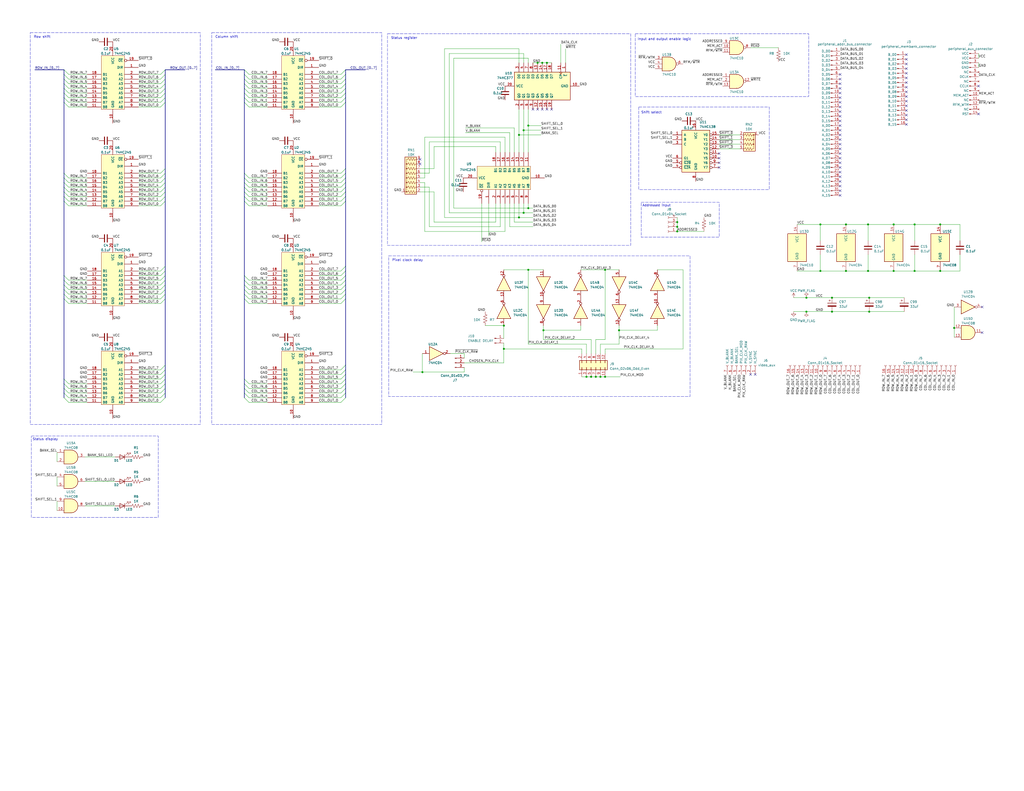
<source format=kicad_sch>
(kicad_sch (version 20230121) (generator eeschema)
  (paper "C")
  (bus_alias "ROW_OUT_BUS" (members "ROW_OUT_00" "ROW_OUT_01" "ROW_OUT_02" "ROW_OUT_03" "ROW_OUT_04" "ROW_OUT_05" "ROW_OUT_06" "ROW_OUT_07"))
  (bus_alias "DATA_BUS" (members "DATA_BUS_00" "DATA_BUS_01" "DATA_BUS_02" "DATA_BUS_03" "DATA_BUS_04" "DATA_BUS_05" "DATA_BUS_06" "DATA_BUS_07" "DATA_BUS_08" "DATA_BUS_09" "DATA_BUS_10" "DATA_BUS_11" "DATA_BUS_12" "DATA_BUS_13" "DATA_BUS_14" "DATA_BUS_15"))
  (bus_alias "ADDR_BUS" (members "ADDR_BUS_00" "ADDR_BUS_01" "ADDR_BUS_02" "ADDR_BUS_03" "ADDR_BUS_04" "ADDR_BUS_05" "ADDR_BUS_06" "ADDR_BUS_07" "ADDR_BUS_08" "ADDR_BUS_09" "ADDR_BUS_10" "ADDR_BUS_11" "ADDR_BUS_12" "ADDR_BUS_13" "ADDR_BUS_14" "ADDR_BUS_15"))
  (bus_alias "" (members))
  (bus_alias "COL_IN_BUS" (members "COL_IN_00" "COL_IN_01" "COL_IN_02" "COL_IN_03" "COL_IN_04" "COL_IN_05" "COL_IN_06" "COL_IN_07"))
  (bus_alias "ROW_IN_BUS" (members "ROW_IN_00" "ROW_IN_01" "ROW_IN_02" "ROW_IN_03" "ROW_IN_04" "ROW_IN_05" "ROW_IN_06" "ROW_IN_07"))
  (bus_alias "BANK_BUS" (members "BANK_BUS_00" "BANK_BUS_01" "BANK_BUS_02" "BANK_BUS_03" "BANK_BUS_04" "BANK_BUS_05" "BANK_BUS_06" "BANK_BUS_07" "BANK_BUS_08" "BANK_BUS_09" "BANK_BUS_10" "BANK_BUS_11" "BANK_BUS_12" "BANK_BUS_13" "BANK_BUS_14" "BANK_BUS_15"))
  (junction (at 461.645 122.555))
  (junction (at 330.2 205.74))
  (junction (at 474.345 170.18))
  (junction (at 513.08 147.955))
  (junction (at 513.08 122.555))
  (junction (at 320.04 205.74))
  (junction (at 288.29 147.32))
  (junction (at 337.82 180.34))
  (junction (at 454.025 162.56))
  (junction (at 369.57 123.825))
  (junction (at 295.91 34.29))
  (junction (at 322.58 205.74))
  (junction (at 283.21 73.66))
  (junction (at 369.57 126.365))
  (junction (at 487.68 147.955))
  (junction (at 285.75 116.205))
  (junction (at 325.12 205.74))
  (junction (at 474.345 162.56))
  (junction (at 293.37 34.29))
  (junction (at 285.75 71.12))
  (junction (at 499.11 147.955))
  (junction (at 440.055 170.18))
  (junction (at 473.71 122.555))
  (junction (at 447.675 147.955))
  (junction (at 298.45 34.29))
  (junction (at 499.11 122.555))
  (junction (at 288.29 68.58))
  (junction (at 283.21 118.745))
  (junction (at 230.505 203.2))
  (junction (at 520.7 179.07))
  (junction (at 274.955 190.5))
  (junction (at 447.675 122.555))
  (junction (at 473.71 147.955))
  (junction (at 288.29 113.665))
  (junction (at 369.57 121.285))
  (junction (at 454.025 170.18))
  (junction (at 487.68 122.555))
  (junction (at 327.66 205.74))
  (junction (at 461.645 147.955))
  (junction (at 330.2 147.32))
  (junction (at 296.545 180.34))
  (junction (at 440.055 162.56))
  (junction (at 274.955 177.8))
  (no_connect (at 458.47 48.26))
  (no_connect (at 458.47 106.68))
  (no_connect (at 535.94 167.64))
  (no_connect (at 458.47 88.9))
  (no_connect (at 494.665 67.945))
  (no_connect (at 494.665 60.325))
  (no_connect (at 458.47 40.64))
  (no_connect (at 494.665 50.165))
  (no_connect (at 458.47 43.18))
  (no_connect (at 290.83 59.69))
  (no_connect (at 458.47 66.04))
  (no_connect (at 458.47 50.8))
  (no_connect (at 494.665 34.925))
  (no_connect (at 458.47 76.2))
  (no_connect (at 458.47 101.6))
  (no_connect (at 392.43 83.82))
  (no_connect (at 458.47 45.72))
  (no_connect (at 458.47 60.96))
  (no_connect (at 458.47 53.34))
  (no_connect (at 458.47 58.42))
  (no_connect (at 458.47 86.36))
  (no_connect (at 229.235 86.995))
  (no_connect (at 494.665 62.865))
  (no_connect (at 458.47 63.5))
  (no_connect (at 458.47 55.88))
  (no_connect (at 458.47 71.12))
  (no_connect (at 458.47 68.58))
  (no_connect (at 458.47 78.74))
  (no_connect (at 392.43 91.44))
  (no_connect (at 300.99 59.69))
  (no_connect (at 458.47 99.06))
  (no_connect (at 494.665 45.085))
  (no_connect (at 458.47 83.82))
  (no_connect (at 392.43 88.9))
  (no_connect (at 494.665 55.245))
  (no_connect (at 494.665 52.705))
  (no_connect (at 494.665 42.545))
  (no_connect (at 298.45 59.69))
  (no_connect (at 458.47 73.66))
  (no_connect (at 229.235 89.535))
  (no_connect (at 494.665 65.405))
  (no_connect (at 494.665 57.785))
  (no_connect (at 293.37 59.69))
  (no_connect (at 534.035 62.23))
  (no_connect (at 458.47 96.52))
  (no_connect (at 458.47 104.14))
  (no_connect (at 494.665 47.625))
  (no_connect (at 534.035 46.99))
  (no_connect (at 458.47 91.44))
  (no_connect (at 458.47 93.98))
  (no_connect (at 458.47 81.28))
  (no_connect (at 494.665 29.845))
  (no_connect (at 392.43 86.36))
  (no_connect (at 295.91 59.69))
  (no_connect (at 494.665 40.005))
  (no_connect (at 494.665 37.465))
  (no_connect (at 494.665 32.385))
  (no_connect (at 412.115 204.47))
  (no_connect (at 535.94 181.61))
  (no_connect (at 409.575 204.47))
  (bus_entry (at 186.055 107.315) (size 2.54 -2.54))
  (bus_entry (at 37.465 212.09) (size -2.54 -2.54))
  (bus_entry (at 37.465 209.55) (size -2.54 -2.54))
  (bus_entry (at 135.89 153.035) (size -2.54 -2.54))
  (bus_entry (at 186.055 45.72) (size 2.54 -2.54))
  (bus_entry (at 135.89 50.8) (size -2.54 -2.54))
  (bus_entry (at 37.465 163.195) (size -2.54 -2.54))
  (bus_entry (at 37.465 109.855) (size -2.54 -2.54))
  (bus_entry (at 37.465 40.64) (size -2.54 -2.54))
  (bus_entry (at 135.89 107.315) (size -2.54 -2.54))
  (bus_entry (at 87.63 165.735) (size 2.54 -2.54))
  (bus_entry (at 87.63 109.855) (size 2.54 -2.54))
  (bus_entry (at 37.465 53.34) (size -2.54 -2.54))
  (bus_entry (at 186.055 219.71) (size 2.54 -2.54))
  (bus_entry (at 37.465 219.71) (size -2.54 -2.54))
  (bus_entry (at 186.055 53.34) (size 2.54 -2.54))
  (bus_entry (at 186.055 58.42) (size 2.54 -2.54))
  (bus_entry (at 87.63 50.8) (size 2.54 -2.54))
  (bus_entry (at 37.465 43.18) (size -2.54 -2.54))
  (bus_entry (at 87.63 45.72) (size 2.54 -2.54))
  (bus_entry (at 37.465 160.655) (size -2.54 -2.54))
  (bus_entry (at 87.63 107.315) (size 2.54 -2.54))
  (bus_entry (at 87.63 209.55) (size 2.54 -2.54))
  (bus_entry (at 37.465 58.42) (size -2.54 -2.54))
  (bus_entry (at 87.63 94.615) (size 2.54 -2.54))
  (bus_entry (at 87.63 163.195) (size 2.54 -2.54))
  (bus_entry (at 87.63 104.775) (size 2.54 -2.54))
  (bus_entry (at 186.055 104.775) (size 2.54 -2.54))
  (bus_entry (at 37.465 48.26) (size -2.54 -2.54))
  (bus_entry (at 135.89 43.18) (size -2.54 -2.54))
  (bus_entry (at 87.63 160.655) (size 2.54 -2.54))
  (bus_entry (at 135.89 40.64) (size -2.54 -2.54))
  (bus_entry (at 186.055 158.115) (size 2.54 -2.54))
  (bus_entry (at 37.465 55.88) (size -2.54 -2.54))
  (bus_entry (at 87.63 153.035) (size 2.54 -2.54))
  (bus_entry (at 135.89 112.395) (size -2.54 -2.54))
  (bus_entry (at 186.055 147.955) (size 2.54 -2.54))
  (bus_entry (at 37.465 45.72) (size -2.54 -2.54))
  (bus_entry (at 87.63 212.09) (size 2.54 -2.54))
  (bus_entry (at 37.465 155.575) (size -2.54 -2.54))
  (bus_entry (at 135.89 53.34) (size -2.54 -2.54))
  (bus_entry (at 87.63 155.575) (size 2.54 -2.54))
  (bus_entry (at 37.465 102.235) (size -2.54 -2.54))
  (bus_entry (at 135.89 209.55) (size -2.54 -2.54))
  (bus_entry (at 135.89 58.42) (size -2.54 -2.54))
  (bus_entry (at 37.465 217.17) (size -2.54 -2.54))
  (bus_entry (at 37.465 50.8) (size -2.54 -2.54))
  (bus_entry (at 186.055 165.735) (size 2.54 -2.54))
  (bus_entry (at 186.055 102.235) (size 2.54 -2.54))
  (bus_entry (at 87.63 48.26) (size 2.54 -2.54))
  (bus_entry (at 135.89 163.195) (size -2.54 -2.54))
  (bus_entry (at 135.89 212.09) (size -2.54 -2.54))
  (bus_entry (at 87.63 147.955) (size 2.54 -2.54))
  (bus_entry (at 87.63 112.395) (size 2.54 -2.54))
  (bus_entry (at 186.055 50.8) (size 2.54 -2.54))
  (bus_entry (at 135.89 109.855) (size -2.54 -2.54))
  (bus_entry (at 135.89 165.735) (size -2.54 -2.54))
  (bus_entry (at 37.465 112.395) (size -2.54 -2.54))
  (bus_entry (at 186.055 48.26) (size 2.54 -2.54))
  (bus_entry (at 87.63 102.235) (size 2.54 -2.54))
  (bus_entry (at 186.055 153.035) (size 2.54 -2.54))
  (bus_entry (at 37.465 158.115) (size -2.54 -2.54))
  (bus_entry (at 186.055 214.63) (size 2.54 -2.54))
  (bus_entry (at 186.055 209.55) (size 2.54 -2.54))
  (bus_entry (at 87.63 204.47) (size 2.54 -2.54))
  (bus_entry (at 186.055 55.88) (size 2.54 -2.54))
  (bus_entry (at 186.055 160.655) (size 2.54 -2.54))
  (bus_entry (at 186.055 212.09) (size 2.54 -2.54))
  (bus_entry (at 186.055 204.47) (size 2.54 -2.54))
  (bus_entry (at 87.63 99.695) (size 2.54 -2.54))
  (bus_entry (at 87.63 58.42) (size 2.54 -2.54))
  (bus_entry (at 186.055 99.695) (size 2.54 -2.54))
  (bus_entry (at 37.465 165.735) (size -2.54 -2.54))
  (bus_entry (at 135.89 219.71) (size -2.54 -2.54))
  (bus_entry (at 186.055 97.155) (size 2.54 -2.54))
  (bus_entry (at 87.63 55.88) (size 2.54 -2.54))
  (bus_entry (at 135.89 45.72) (size -2.54 -2.54))
  (bus_entry (at 37.465 153.035) (size -2.54 -2.54))
  (bus_entry (at 87.63 214.63) (size 2.54 -2.54))
  (bus_entry (at 87.63 219.71) (size 2.54 -2.54))
  (bus_entry (at 37.465 107.315) (size -2.54 -2.54))
  (bus_entry (at 87.63 201.93) (size 2.54 -2.54))
  (bus_entry (at 186.055 217.17) (size 2.54 -2.54))
  (bus_entry (at 37.465 214.63) (size -2.54 -2.54))
  (bus_entry (at 135.89 214.63) (size -2.54 -2.54))
  (bus_entry (at 87.63 217.17) (size 2.54 -2.54))
  (bus_entry (at 186.055 201.93) (size 2.54 -2.54))
  (bus_entry (at 135.89 217.17) (size -2.54 -2.54))
  (bus_entry (at 37.465 97.155) (size -2.54 -2.54))
  (bus_entry (at 135.89 155.575) (size -2.54 -2.54))
  (bus_entry (at 87.63 150.495) (size 2.54 -2.54))
  (bus_entry (at 37.465 104.775) (size -2.54 -2.54))
  (bus_entry (at 87.63 53.34) (size 2.54 -2.54))
  (bus_entry (at 135.89 48.26) (size -2.54 -2.54))
  (bus_entry (at 87.63 207.01) (size 2.54 -2.54))
  (bus_entry (at 186.055 109.855) (size 2.54 -2.54))
  (bus_entry (at 87.63 43.18) (size 2.54 -2.54))
  (bus_entry (at 186.055 207.01) (size 2.54 -2.54))
  (bus_entry (at 186.055 112.395) (size 2.54 -2.54))
  (bus_entry (at 186.055 94.615) (size 2.54 -2.54))
  (bus_entry (at 186.055 155.575) (size 2.54 -2.54))
  (bus_entry (at 37.465 99.695) (size -2.54 -2.54))
  (bus_entry (at 135.89 55.88) (size -2.54 -2.54))
  (bus_entry (at 135.89 99.695) (size -2.54 -2.54))
  (bus_entry (at 135.89 104.775) (size -2.54 -2.54))
  (bus_entry (at 186.055 40.64) (size 2.54 -2.54))
  (bus_entry (at 186.055 43.18) (size 2.54 -2.54))
  (bus_entry (at 186.055 163.195) (size 2.54 -2.54))
  (bus_entry (at 135.89 102.235) (size -2.54 -2.54))
  (bus_entry (at 87.63 40.64) (size 2.54 -2.54))
  (bus_entry (at 87.63 97.155) (size 2.54 -2.54))
  (bus_entry (at 135.89 160.655) (size -2.54 -2.54))
  (bus_entry (at 87.63 158.115) (size 2.54 -2.54))
  (bus_entry (at 135.89 158.115) (size -2.54 -2.54))
  (bus_entry (at 186.055 150.495) (size 2.54 -2.54))
  (bus_entry (at 135.89 97.155) (size -2.54 -2.54))
  (wire (pts (xy 231.775 99.695) (xy 229.235 99.695)))
  (bus (pts (xy 188.595 204.47) (xy 188.595 201.93)))
  (bus (pts (xy 90.17 48.26) (xy 90.17 45.72)))
  (bus (pts (xy 90.17 145.415) (xy 90.17 109.855)))
  (wire (pts (xy 242.57 118.745) (xy 283.21 118.745)))
  (wire (pts (xy 320.04 187.96) (xy 320.04 193.04)))
  (bus (pts (xy 34.925 163.195) (xy 34.925 207.01)))
  (wire (pts (xy 274.955 147.32) (xy 288.29 147.32)))
  (bus (pts (xy 133.35 40.64) (xy 133.35 43.18)))
  (wire (pts (xy 434.975 122.555) (xy 447.675 122.555)))
  (bus (pts (xy 188.595 94.615) (xy 188.595 92.075)))
  (wire (pts (xy 534.035 29.21) (xy 534.035 31.75)))
  (wire (pts (xy 31.115 260.35) (xy 31.115 265.43)))
  (wire (pts (xy 306.07 24.13) (xy 306.07 34.29)))
  (wire (pts (xy 37.465 109.855) (xy 47.625 109.855)))
  (wire (pts (xy 296.545 177.8) (xy 296.545 180.34)))
  (wire (pts (xy 285.75 29.21) (xy 285.75 34.29)))
  (bus (pts (xy 133.35 153.035) (xy 133.35 155.575)))
  (wire (pts (xy 229.235 94.615) (xy 234.315 94.615)))
  (wire (pts (xy 288.29 31.75) (xy 288.29 34.29)))
  (bus (pts (xy 90.17 199.39) (xy 90.17 163.195)))
  (bus (pts (xy 188.595 102.235) (xy 188.595 99.695)))
  (wire (pts (xy 523.875 139.065) (xy 523.875 147.955)))
  (wire (pts (xy 487.68 122.555) (xy 473.71 122.555)))
  (wire (pts (xy 369.57 126.365) (xy 384.175 126.365)))
  (wire (pts (xy 275.59 111.125) (xy 275.59 126.365)))
  (wire (pts (xy 173.99 204.47) (xy 186.055 204.47)))
  (wire (pts (xy 75.565 97.155) (xy 87.63 97.155)))
  (bus (pts (xy 90.17 107.315) (xy 90.17 104.775)))
  (wire (pts (xy 37.465 155.575) (xy 47.625 155.575)))
  (bus (pts (xy 188.595 43.18) (xy 188.595 40.64)))
  (bus (pts (xy 133.35 207.01) (xy 133.35 209.55)))
  (wire (pts (xy 75.565 99.695) (xy 87.63 99.695)))
  (wire (pts (xy 499.11 139.065) (xy 499.11 147.955)))
  (bus (pts (xy 34.925 150.495) (xy 34.925 153.035)))
  (bus (pts (xy 90.17 214.63) (xy 90.17 212.09)))
  (wire (pts (xy 75.565 201.93) (xy 87.63 201.93)))
  (bus (pts (xy 188.595 207.01) (xy 188.595 204.47)))
  (wire (pts (xy 173.99 102.235) (xy 186.055 102.235)))
  (wire (pts (xy 285.75 111.125) (xy 285.75 116.205)))
  (wire (pts (xy 288.29 147.32) (xy 296.545 147.32)))
  (bus (pts (xy 90.17 160.655) (xy 90.17 158.115)))
  (wire (pts (xy 135.89 107.315) (xy 146.05 107.315)))
  (wire (pts (xy 236.855 80.01) (xy 236.855 92.075)))
  (bus (pts (xy 90.17 99.695) (xy 90.17 97.155)))
  (bus (pts (xy 133.35 107.315) (xy 133.35 109.855)))
  (wire (pts (xy 173.99 109.855) (xy 186.055 109.855)))
  (bus (pts (xy 90.17 43.18) (xy 90.17 40.64)))
  (wire (pts (xy 392.43 73.66) (xy 403.86 73.66)))
  (wire (pts (xy 327.66 205.74) (xy 330.2 205.74)))
  (wire (pts (xy 37.465 50.8) (xy 47.625 50.8)))
  (wire (pts (xy 358.775 147.32) (xy 372.745 147.32)))
  (wire (pts (xy 274.955 177.8) (xy 274.955 184.785)))
  (wire (pts (xy 31.115 273.685) (xy 31.115 278.765)))
  (wire (pts (xy 283.21 73.66) (xy 283.21 83.185)))
  (wire (pts (xy 135.89 40.64) (xy 146.05 40.64)))
  (wire (pts (xy 75.565 45.72) (xy 87.63 45.72)))
  (wire (pts (xy 474.345 170.18) (xy 493.395 170.18)))
  (wire (pts (xy 253.365 200.66) (xy 253.365 203.2)))
  (wire (pts (xy 46.355 276.225) (xy 62.865 276.225)))
  (wire (pts (xy 75.565 58.42) (xy 87.63 58.42)))
  (wire (pts (xy 327.66 187.96) (xy 337.82 187.96)))
  (wire (pts (xy 75.565 219.71) (xy 87.63 219.71)))
  (wire (pts (xy 234.315 123.825) (xy 273.05 123.825)))
  (wire (pts (xy 231.775 126.365) (xy 275.59 126.365)))
  (wire (pts (xy 135.89 163.195) (xy 146.05 163.195)))
  (bus (pts (xy 19.05 38.1) (xy 34.925 38.1)))
  (wire (pts (xy 37.465 219.71) (xy 47.625 219.71)))
  (bus (pts (xy 133.35 109.855) (xy 133.35 150.495)))
  (wire (pts (xy 75.565 40.64) (xy 87.63 40.64)))
  (wire (pts (xy 433.07 162.56) (xy 440.055 162.56)))
  (bus (pts (xy 133.35 155.575) (xy 133.35 158.115)))
  (wire (pts (xy 135.89 158.115) (xy 146.05 158.115)))
  (wire (pts (xy 270.51 83.185) (xy 270.51 80.01)))
  (wire (pts (xy 285.75 59.69) (xy 285.75 71.12)))
  (wire (pts (xy 173.99 147.955) (xy 186.055 147.955)))
  (wire (pts (xy 409.575 26.035) (xy 424.815 26.035)))
  (bus (pts (xy 90.17 109.855) (xy 90.17 107.315)))
  (wire (pts (xy 273.05 83.185) (xy 273.05 77.47)))
  (wire (pts (xy 173.99 97.155) (xy 186.055 97.155)))
  (wire (pts (xy 75.565 214.63) (xy 87.63 214.63)))
  (wire (pts (xy 474.345 162.56) (xy 493.395 162.56)))
  (wire (pts (xy 372.745 147.32) (xy 372.745 190.5)))
  (wire (pts (xy 473.71 122.555) (xy 461.645 122.555)))
  (wire (pts (xy 296.545 185.42) (xy 296.545 180.34)))
  (wire (pts (xy 173.99 55.88) (xy 186.055 55.88)))
  (bus (pts (xy 133.35 212.09) (xy 133.35 214.63)))
  (wire (pts (xy 254 69.85) (xy 280.67 69.85)))
  (wire (pts (xy 523.875 147.955) (xy 513.08 147.955)))
  (wire (pts (xy 288.29 59.69) (xy 288.29 68.58)))
  (wire (pts (xy 236.855 121.285) (xy 270.51 121.285)))
  (wire (pts (xy 236.855 92.075) (xy 229.235 92.075)))
  (wire (pts (xy 461.645 122.555) (xy 447.675 122.555)))
  (wire (pts (xy 173.99 58.42) (xy 186.055 58.42)))
  (bus (pts (xy 90.17 50.8) (xy 90.17 48.26)))
  (wire (pts (xy 274.955 187.325) (xy 274.955 190.5)))
  (wire (pts (xy 275.59 83.185) (xy 275.59 74.93)))
  (bus (pts (xy 133.35 94.615) (xy 133.35 97.155)))
  (wire (pts (xy 288.29 147.32) (xy 288.29 187.96)))
  (wire (pts (xy 229.235 104.775) (xy 236.855 104.775)))
  (wire (pts (xy 327.66 193.04) (xy 327.66 187.96)))
  (wire (pts (xy 280.67 83.185) (xy 280.67 69.85)))
  (wire (pts (xy 46.355 249.555) (xy 62.865 249.555)))
  (bus (pts (xy 133.35 102.235) (xy 133.35 104.775)))
  (wire (pts (xy 173.99 214.63) (xy 186.055 214.63)))
  (bus (pts (xy 188.595 160.655) (xy 188.595 158.115)))
  (bus (pts (xy 133.35 50.8) (xy 133.35 53.34)))
  (bus (pts (xy 188.595 147.955) (xy 188.595 145.415)))
  (bus (pts (xy 34.925 155.575) (xy 34.925 158.115)))
  (wire (pts (xy 37.465 40.64) (xy 47.625 40.64)))
  (wire (pts (xy 369.57 123.825) (xy 369.57 126.365)))
  (wire (pts (xy 317.5 205.74) (xy 320.04 205.74)))
  (wire (pts (xy 254 72.39) (xy 278.13 72.39)))
  (wire (pts (xy 285.75 71.12) (xy 295.275 71.12)))
  (wire (pts (xy 231.775 74.93) (xy 275.59 74.93)))
  (wire (pts (xy 173.99 112.395) (xy 186.055 112.395)))
  (wire (pts (xy 75.565 112.395) (xy 87.63 112.395)))
  (wire (pts (xy 473.71 147.955) (xy 461.645 147.955)))
  (wire (pts (xy 75.565 153.035) (xy 87.63 153.035)))
  (bus (pts (xy 133.35 163.195) (xy 133.35 207.01)))
  (bus (pts (xy 90.17 92.075) (xy 90.17 55.88)))
  (wire (pts (xy 266.7 111.125) (xy 266.7 128.905)))
  (wire (pts (xy 330.2 185.42) (xy 325.12 185.42)))
  (wire (pts (xy 278.13 111.125) (xy 278.13 123.825)))
  (wire (pts (xy 369.57 121.285) (xy 369.57 123.825)))
  (wire (pts (xy 273.05 111.125) (xy 273.05 123.825)))
  (bus (pts (xy 188.595 50.8) (xy 188.595 48.26)))
  (bus (pts (xy 34.925 38.1) (xy 34.925 40.64)))
  (bus (pts (xy 133.35 158.115) (xy 133.35 160.655)))
  (wire (pts (xy 173.99 163.195) (xy 186.055 163.195)))
  (wire (pts (xy 173.99 209.55) (xy 186.055 209.55)))
  (bus (pts (xy 90.17 201.93) (xy 90.17 199.39)))
  (bus (pts (xy 133.35 55.88) (xy 133.35 94.615)))
  (bus (pts (xy 133.35 53.34) (xy 133.35 55.88)))
  (bus (pts (xy 34.925 109.855) (xy 34.925 150.495)))
  (wire (pts (xy 337.82 177.8) (xy 337.82 180.34)))
  (wire (pts (xy 523.875 131.445) (xy 523.875 122.555)))
  (wire (pts (xy 322.58 193.04) (xy 322.58 185.42)))
  (wire (pts (xy 37.465 107.315) (xy 47.625 107.315)))
  (wire (pts (xy 234.315 102.235) (xy 229.235 102.235)))
  (bus (pts (xy 188.595 40.64) (xy 188.595 38.1)))
  (wire (pts (xy 173.99 53.34) (xy 186.055 53.34)))
  (bus (pts (xy 133.35 209.55) (xy 133.35 212.09)))
  (bus (pts (xy 90.17 40.64) (xy 90.17 38.1)))
  (wire (pts (xy 270.51 111.125) (xy 270.51 121.285)))
  (wire (pts (xy 37.465 112.395) (xy 47.625 112.395)))
  (bus (pts (xy 188.595 38.1) (xy 199.39 38.1)))
  (wire (pts (xy 242.57 26.67) (xy 283.21 26.67)))
  (wire (pts (xy 173.99 217.17) (xy 186.055 217.17)))
  (wire (pts (xy 37.465 43.18) (xy 47.625 43.18)))
  (wire (pts (xy 173.99 155.575) (xy 186.055 155.575)))
  (bus (pts (xy 90.17 55.88) (xy 90.17 53.34)))
  (wire (pts (xy 135.89 53.34) (xy 146.05 53.34)))
  (wire (pts (xy 75.565 165.735) (xy 87.63 165.735)))
  (wire (pts (xy 135.89 153.035) (xy 146.05 153.035)))
  (wire (pts (xy 75.565 147.955) (xy 87.63 147.955)))
  (wire (pts (xy 316.865 180.34) (xy 316.865 177.8)))
  (bus (pts (xy 188.595 48.26) (xy 188.595 45.72)))
  (wire (pts (xy 173.99 48.26) (xy 186.055 48.26)))
  (wire (pts (xy 173.99 94.615) (xy 186.055 94.615)))
  (wire (pts (xy 308.61 26.67) (xy 308.61 34.29)))
  (wire (pts (xy 135.89 55.88) (xy 146.05 55.88)))
  (bus (pts (xy 90.17 53.34) (xy 90.17 50.8)))
  (bus (pts (xy 34.925 107.315) (xy 34.925 109.855)))
  (wire (pts (xy 499.11 131.445) (xy 499.11 122.555)))
  (wire (pts (xy 322.58 205.74) (xy 325.12 205.74)))
  (wire (pts (xy 461.645 147.955) (xy 447.675 147.955)))
  (bus (pts (xy 34.925 55.88) (xy 34.925 94.615)))
  (wire (pts (xy 135.89 165.735) (xy 146.05 165.735)))
  (wire (pts (xy 247.65 113.665) (xy 247.65 31.75)))
  (wire (pts (xy 322.58 185.42) (xy 296.545 185.42)))
  (wire (pts (xy 231.775 97.155) (xy 229.235 97.155)))
  (wire (pts (xy 31.115 247.015) (xy 31.115 252.095)))
  (wire (pts (xy 234.315 77.47) (xy 273.05 77.47)))
  (wire (pts (xy 173.99 45.72) (xy 186.055 45.72)))
  (wire (pts (xy 135.89 97.155) (xy 146.05 97.155)))
  (bus (pts (xy 188.595 217.17) (xy 188.595 214.63)))
  (wire (pts (xy 173.99 50.8) (xy 186.055 50.8)))
  (bus (pts (xy 188.595 201.93) (xy 188.595 199.39)))
  (wire (pts (xy 173.99 158.115) (xy 186.055 158.115)))
  (wire (pts (xy 75.565 43.18) (xy 87.63 43.18)))
  (wire (pts (xy 225.425 203.2) (xy 230.505 203.2)))
  (wire (pts (xy 234.315 102.235) (xy 234.315 123.825)))
  (wire (pts (xy 245.745 193.04) (xy 253.365 193.04)))
  (wire (pts (xy 447.675 122.555) (xy 447.675 131.445)))
  (bus (pts (xy 188.595 97.155) (xy 188.595 94.615)))
  (wire (pts (xy 520.7 167.64) (xy 520.7 179.07)))
  (wire (pts (xy 447.675 139.065) (xy 447.675 147.955)))
  (wire (pts (xy 337.82 187.96) (xy 337.82 180.34)))
  (wire (pts (xy 487.68 147.955) (xy 473.71 147.955)))
  (bus (pts (xy 90.17 45.72) (xy 90.17 43.18)))
  (bus (pts (xy 90.17 102.235) (xy 90.17 99.695)))
  (wire (pts (xy 75.565 102.235) (xy 87.63 102.235)))
  (wire (pts (xy 173.99 40.64) (xy 186.055 40.64)))
  (wire (pts (xy 253.365 198.12) (xy 274.955 198.12)))
  (wire (pts (xy 295.91 34.29) (xy 298.45 34.29)))
  (bus (pts (xy 188.595 107.315) (xy 188.595 104.775)))
  (wire (pts (xy 230.505 193.04) (xy 230.505 203.2)))
  (bus (pts (xy 34.925 104.775) (xy 34.925 107.315)))
  (wire (pts (xy 242.57 118.745) (xy 242.57 26.67)))
  (wire (pts (xy 440.055 170.18) (xy 454.025 170.18)))
  (wire (pts (xy 447.675 147.955) (xy 434.975 147.955)))
  (bus (pts (xy 34.925 94.615) (xy 34.925 97.155)))
  (bus (pts (xy 133.35 38.1) (xy 133.35 40.64)))
  (bus (pts (xy 34.925 53.34) (xy 34.925 55.88)))
  (wire (pts (xy 473.71 139.065) (xy 473.71 147.955)))
  (wire (pts (xy 173.99 165.735) (xy 186.055 165.735)))
  (wire (pts (xy 173.99 107.315) (xy 186.055 107.315)))
  (wire (pts (xy 37.465 153.035) (xy 47.625 153.035)))
  (wire (pts (xy 231.775 74.93) (xy 231.775 97.155)))
  (bus (pts (xy 188.595 99.695) (xy 188.595 97.155)))
  (bus (pts (xy 188.595 150.495) (xy 188.595 147.955)))
  (wire (pts (xy 75.565 104.775) (xy 87.63 104.775)))
  (wire (pts (xy 293.37 34.29) (xy 295.91 34.29)))
  (wire (pts (xy 135.89 219.71) (xy 146.05 219.71)))
  (bus (pts (xy 34.925 158.115) (xy 34.925 160.655)))
  (wire (pts (xy 440.055 162.56) (xy 454.025 162.56)))
  (bus (pts (xy 133.35 150.495) (xy 133.35 153.035)))
  (wire (pts (xy 330.2 147.32) (xy 330.2 185.42)))
  (wire (pts (xy 283.21 73.66) (xy 295.275 73.66)))
  (wire (pts (xy 135.89 209.55) (xy 146.05 209.55)))
  (bus (pts (xy 34.925 214.63) (xy 34.925 217.17)))
  (bus (pts (xy 188.595 214.63) (xy 188.595 212.09)))
  (bus (pts (xy 90.17 209.55) (xy 90.17 207.01)))
  (wire (pts (xy 230.505 203.2) (xy 253.365 203.2)))
  (bus (pts (xy 188.595 104.775) (xy 188.595 102.235)))
  (bus (pts (xy 34.925 207.01) (xy 34.925 209.55)))
  (wire (pts (xy 283.21 26.67) (xy 283.21 34.29)))
  (wire (pts (xy 173.99 43.18) (xy 186.055 43.18)))
  (wire (pts (xy 236.855 80.01) (xy 270.51 80.01)))
  (wire (pts (xy 325.12 205.74) (xy 327.66 205.74)))
  (wire (pts (xy 330.2 205.74) (xy 338.455 205.74)))
  (bus (pts (xy 34.925 50.8) (xy 34.925 53.34)))
  (wire (pts (xy 173.99 153.035) (xy 186.055 153.035)))
  (wire (pts (xy 320.04 205.74) (xy 322.58 205.74)))
  (wire (pts (xy 236.855 104.775) (xy 236.855 121.285)))
  (wire (pts (xy 75.565 163.195) (xy 87.63 163.195)))
  (wire (pts (xy 37.465 104.775) (xy 47.625 104.775)))
  (bus (pts (xy 90.17 217.17) (xy 90.17 214.63)))
  (wire (pts (xy 534.035 34.29) (xy 534.035 36.83)))
  (wire (pts (xy 392.43 81.28) (xy 403.86 81.28)))
  (bus (pts (xy 133.35 104.775) (xy 133.35 107.315)))
  (wire (pts (xy 274.955 190.5) (xy 317.5 190.5)))
  (bus (pts (xy 90.17 153.035) (xy 90.17 150.495)))
  (wire (pts (xy 135.89 109.855) (xy 146.05 109.855)))
  (wire (pts (xy 283.21 111.125) (xy 283.21 118.745)))
  (wire (pts (xy 37.465 160.655) (xy 47.625 160.655)))
  (wire (pts (xy 37.465 55.88) (xy 47.625 55.88)))
  (bus (pts (xy 90.17 204.47) (xy 90.17 201.93)))
  (wire (pts (xy 37.465 163.195) (xy 47.625 163.195)))
  (wire (pts (xy 330.2 190.5) (xy 372.745 190.5)))
  (bus (pts (xy 90.17 38.1) (xy 100.965 38.1)))
  (wire (pts (xy 37.465 214.63) (xy 47.625 214.63)))
  (wire (pts (xy 325.12 185.42) (xy 325.12 193.04)))
  (wire (pts (xy 330.2 147.32) (xy 337.82 147.32)))
  (wire (pts (xy 37.465 158.115) (xy 47.625 158.115)))
  (wire (pts (xy 135.89 43.18) (xy 146.05 43.18)))
  (wire (pts (xy 135.89 99.695) (xy 146.05 99.695)))
  (wire (pts (xy 262.89 111.125) (xy 262.89 132.08)))
  (wire (pts (xy 135.89 45.72) (xy 146.05 45.72)))
  (bus (pts (xy 34.925 209.55) (xy 34.925 212.09)))
  (bus (pts (xy 90.17 155.575) (xy 90.17 153.035)))
  (wire (pts (xy 245.11 29.21) (xy 245.11 116.205)))
  (wire (pts (xy 135.89 155.575) (xy 146.05 155.575)))
  (bus (pts (xy 117.475 38.1) (xy 133.35 38.1)))
  (wire (pts (xy 37.465 97.155) (xy 47.625 97.155)))
  (bus (pts (xy 34.925 43.18) (xy 34.925 45.72)))
  (bus (pts (xy 34.925 48.26) (xy 34.925 50.8)))
  (wire (pts (xy 337.82 180.34) (xy 358.775 180.34)))
  (wire (pts (xy 173.99 219.71) (xy 186.055 219.71)))
  (bus (pts (xy 90.17 94.615) (xy 90.17 92.075)))
  (wire (pts (xy 288.29 68.58) (xy 295.275 68.58)))
  (wire (pts (xy 37.465 165.735) (xy 47.625 165.735)))
  (wire (pts (xy 173.99 160.655) (xy 186.055 160.655)))
  (wire (pts (xy 317.5 190.5) (xy 317.5 193.04)))
  (wire (pts (xy 75.565 209.55) (xy 87.63 209.55)))
  (wire (pts (xy 454.025 162.56) (xy 474.345 162.56)))
  (wire (pts (xy 392.43 78.74) (xy 403.86 78.74)))
  (wire (pts (xy 247.65 113.665) (xy 288.29 113.665)))
  (wire (pts (xy 75.565 48.26) (xy 87.63 48.26)))
  (bus (pts (xy 133.35 48.26) (xy 133.35 50.8)))
  (wire (pts (xy 75.565 158.115) (xy 87.63 158.115)))
  (bus (pts (xy 34.925 102.235) (xy 34.925 104.775)))
  (bus (pts (xy 34.925 99.695) (xy 34.925 102.235)))
  (wire (pts (xy 283.21 59.69) (xy 283.21 73.66)))
  (wire (pts (xy 75.565 204.47) (xy 87.63 204.47)))
  (wire (pts (xy 499.11 147.955) (xy 513.08 147.955)))
  (wire (pts (xy 280.67 121.285) (xy 290.83 121.285)))
  (bus (pts (xy 188.595 145.415) (xy 188.595 109.855)))
  (wire (pts (xy 75.565 94.615) (xy 87.63 94.615)))
  (bus (pts (xy 133.35 160.655) (xy 133.35 163.195)))
  (bus (pts (xy 188.595 209.55) (xy 188.595 207.01)))
  (wire (pts (xy 135.89 214.63) (xy 146.05 214.63)))
  (bus (pts (xy 34.925 212.09) (xy 34.925 214.63)))
  (wire (pts (xy 298.45 34.29) (xy 300.99 34.29)))
  (wire (pts (xy 173.99 201.93) (xy 186.055 201.93)))
  (bus (pts (xy 34.925 160.655) (xy 34.925 163.195)))
  (bus (pts (xy 188.595 155.575) (xy 188.595 153.035)))
  (wire (pts (xy 135.89 58.42) (xy 146.05 58.42)))
  (wire (pts (xy 75.565 160.655) (xy 87.63 160.655)))
  (bus (pts (xy 188.595 158.115) (xy 188.595 155.575)))
  (wire (pts (xy 296.545 180.34) (xy 316.865 180.34)))
  (wire (pts (xy 135.89 160.655) (xy 146.05 160.655)))
  (wire (pts (xy 520.7 179.07) (xy 520.7 184.15)))
  (wire (pts (xy 473.71 122.555) (xy 473.71 131.445)))
  (wire (pts (xy 173.99 207.01) (xy 186.055 207.01)))
  (wire (pts (xy 499.11 122.555) (xy 513.08 122.555)))
  (wire (pts (xy 75.565 53.34) (xy 87.63 53.34)))
  (wire (pts (xy 173.99 104.775) (xy 186.055 104.775)))
  (bus (pts (xy 90.17 104.775) (xy 90.17 102.235)))
  (wire (pts (xy 135.89 102.235) (xy 146.05 102.235)))
  (wire (pts (xy 285.75 116.205) (xy 290.83 116.205)))
  (wire (pts (xy 454.025 170.18) (xy 474.345 170.18)))
  (bus (pts (xy 133.35 45.72) (xy 133.35 48.26)))
  (wire (pts (xy 37.465 53.34) (xy 47.625 53.34)))
  (wire (pts (xy 234.315 77.47) (xy 234.315 94.615)))
  (wire (pts (xy 392.43 76.2) (xy 403.86 76.2)))
  (wire (pts (xy 75.565 155.575) (xy 87.63 155.575)))
  (wire (pts (xy 173.99 150.495) (xy 186.055 150.495)))
  (bus (pts (xy 34.925 45.72) (xy 34.925 48.26)))
  (wire (pts (xy 75.565 150.495) (xy 87.63 150.495)))
  (bus (pts (xy 90.17 163.195) (xy 90.17 160.655)))
  (wire (pts (xy 288.29 68.58) (xy 288.29 83.185)))
  (wire (pts (xy 523.875 122.555) (xy 513.08 122.555)))
  (bus (pts (xy 34.925 153.035) (xy 34.925 155.575)))
  (bus (pts (xy 133.35 97.155) (xy 133.35 99.695)))
  (bus (pts (xy 188.595 53.34) (xy 188.595 50.8)))
  (bus (pts (xy 188.595 55.88) (xy 188.595 53.34)))
  (bus (pts (xy 133.35 99.695) (xy 133.35 102.235)))
  (wire (pts (xy 75.565 217.17) (xy 87.63 217.17)))
  (wire (pts (xy 253.365 193.04) (xy 253.365 195.58)))
  (wire (pts (xy 358.775 180.34) (xy 358.775 177.8)))
  (bus (pts (xy 133.35 214.63) (xy 133.35 217.17)))
  (wire (pts (xy 75.565 212.09) (xy 87.63 212.09)))
  (wire (pts (xy 316.865 147.32) (xy 330.2 147.32)))
  (wire (pts (xy 75.565 207.01) (xy 87.63 207.01)))
  (wire (pts (xy 245.11 116.205) (xy 285.75 116.205)))
  (bus (pts (xy 34.925 97.155) (xy 34.925 99.695)))
  (wire (pts (xy 285.75 29.21) (xy 245.11 29.21)))
  (bus (pts (xy 133.35 43.18) (xy 133.35 45.72)))
  (wire (pts (xy 135.89 50.8) (xy 146.05 50.8)))
  (wire (pts (xy 285.75 71.12) (xy 285.75 83.185)))
  (bus (pts (xy 90.17 147.955) (xy 90.17 145.415)))
  (wire (pts (xy 264.795 177.8) (xy 274.955 177.8)))
  (wire (pts (xy 173.99 99.695) (xy 186.055 99.695)))
  (wire (pts (xy 283.21 118.745) (xy 290.83 118.745)))
  (wire (pts (xy 75.565 50.8) (xy 87.63 50.8)))
  (wire (pts (xy 46.355 262.89) (xy 62.865 262.89)))
  (wire (pts (xy 37.465 99.695) (xy 47.625 99.695)))
  (wire (pts (xy 280.67 111.125) (xy 280.67 121.285)))
  (wire (pts (xy 330.2 193.04) (xy 330.2 190.5)))
  (bus (pts (xy 34.925 40.64) (xy 34.925 43.18)))
  (bus (pts (xy 188.595 153.035) (xy 188.595 150.495)))
  (wire (pts (xy 278.13 123.825) (xy 290.83 123.825)))
  (wire (pts (xy 75.565 107.315) (xy 87.63 107.315)))
  (bus (pts (xy 188.595 163.195) (xy 188.595 160.655)))
  (wire (pts (xy 75.565 55.88) (xy 87.63 55.88)))
  (wire (pts (xy 37.465 209.55) (xy 47.625 209.55)))
  (wire (pts (xy 288.29 113.665) (xy 290.83 113.665)))
  (wire (pts (xy 173.99 212.09) (xy 186.055 212.09)))
  (wire (pts (xy 135.89 212.09) (xy 146.05 212.09)))
  (wire (pts (xy 37.465 58.42) (xy 47.625 58.42)))
  (wire (pts (xy 433.07 170.18) (xy 440.055 170.18)))
  (wire (pts (xy 37.465 45.72) (xy 47.625 45.72)))
  (wire (pts (xy 75.565 109.855) (xy 87.63 109.855)))
  (bus (pts (xy 188.595 92.075) (xy 188.595 55.88)))
  (bus (pts (xy 188.595 212.09) (xy 188.595 209.55)))
  (wire (pts (xy 288.29 111.125) (xy 288.29 113.665)))
  (wire (pts (xy 499.11 122.555) (xy 487.68 122.555)))
  (wire (pts (xy 37.465 212.09) (xy 47.625 212.09)))
  (wire (pts (xy 37.465 102.235) (xy 47.625 102.235)))
  (wire (pts (xy 135.89 112.395) (xy 146.05 112.395)))
  (bus (pts (xy 90.17 97.155) (xy 90.17 94.615)))
  (wire (pts (xy 37.465 48.26) (xy 47.625 48.26)))
  (wire (pts (xy 37.465 217.17) (xy 47.625 217.17)))
  (bus (pts (xy 90.17 150.495) (xy 90.17 147.955)))
  (wire (pts (xy 369.57 118.745) (xy 369.57 121.285)))
  (bus (pts (xy 90.17 158.115) (xy 90.17 155.575)))
  (bus (pts (xy 188.595 45.72) (xy 188.595 43.18)))
  (wire (pts (xy 499.11 147.955) (xy 487.68 147.955)))
  (bus (pts (xy 90.17 207.01) (xy 90.17 204.47)))
  (wire (pts (xy 274.955 198.12) (xy 274.955 190.5)))
  (wire (pts (xy 231.775 99.695) (xy 231.775 126.365)))
  (bus (pts (xy 90.17 212.09) (xy 90.17 209.55)))
  (wire (pts (xy 135.89 217.17) (xy 146.05 217.17)))
  (wire (pts (xy 278.13 83.185) (xy 278.13 72.39)))
  (bus (pts (xy 188.595 109.855) (xy 188.595 107.315)))
  (wire (pts (xy 135.89 104.775) (xy 146.05 104.775)))
  (bus (pts (xy 188.595 199.39) (xy 188.595 163.195)))
  (wire (pts (xy 290.83 34.29) (xy 293.37 34.29)))
  (wire (pts (xy 247.65 31.75) (xy 288.29 31.75)))
  (wire (pts (xy 288.29 187.96) (xy 320.04 187.96)))
  (wire (pts (xy 135.89 48.26) (xy 146.05 48.26)))
  (rectangle (start 349.885 110.49) (end 392.43 129.54) (stroke (width 0) (type dash)))
  (rectangle (start 115.57 17.78) (end 208.28 231.775) (stroke (width 0) (type dash)))
  (rectangle (start 16.51 17.78) (end 109.22 231.775) (stroke (width 0) (type dash)))
  (rectangle (start 17.145 238.125) (end 86.36 282.575) (stroke (width 0) (type dash)))
  (rectangle (start 211.455 18.415) (end 344.17 133.985) (stroke (width 0) (type dash)))
  (rectangle (start 212.09 139.7) (end 376.555 216.535) (stroke (width 0) (type dash)))
  (rectangle (start 346.71 18.415) (end 441.325 52.705) (stroke (width 0) (type dash)))
  (rectangle (start 348.615 58.42) (end 419.735 103.505) (stroke (width 0) (type dash)))
  (text "Column shift" (at 117.475 20.955 0) (effects (font (size 1.27 1.27)) (justify left bottom)))
  (text "Addressed input" (at 350.52 113.03 0) (effects (font (size 1.27 1.27)) (justify left bottom)))
  (text "Row shift" (at 18.415 20.955 0) (effects (font (size 1.27 1.27)) (justify left bottom)))
  (text "Pixel clock delay" (at 213.995 142.875 0) (effects (font (size 1.27 1.27)) (justify left bottom)))
  (text "Status display" (at 17.78 240.665 0) (effects (font (size 1.27 1.27)) (justify left bottom)))
  (text "Status register" (at 213.36 21.59 0) (effects (font (size 1.27 1.27)) (justify left bottom)))
  (text "Input and output enable logic" (at 347.98 22.225 0) (effects (font (size 1.27 1.27)) (justify left bottom)))
  (text "Shift select" (at 349.885 62.23 0) (effects (font (size 1.27 1.27)) (justify left bottom)))
  (label "GND" (at 47.625 204.47 180))
  (label "SHIFT_SEL_0" (at 295.275 68.58 0))
  (label "COL_IN_1" (at 146.05 55.88 180))
  (label "COL_IN_6" (at 146.05 43.18 180))
  (label "VCC" (at 424.815 33.655 0))
  (label "GND" (at 61.595 67.31 0))
  (label "~{SHIFT_3}" (at 75.565 194.31 0))
  (label "SHIFT_SEL_1" (at 31.115 273.685 180))
  (label "GND" (at 53.975 22.86 180))
  (label "ROW_OUT_2" (at 75.565 53.34 0))
  (label "ROW_OUT_7" (at 75.565 40.64 0))
  (label "GND" (at 434.975 147.955 0))
  (label "ROW_OUT_0" (at 75.565 219.71 0))
  (label "GND" (at 367.03 91.44 180))
  (label "~{SHIFT_3}" (at 173.99 194.31 0))
  (label "COL_OUT_2" (at 173.99 214.63 0))
  (label "ADDRESSED" (at 394.335 41.91 180))
  (label "COL_OUT_5" (at 173.99 153.035 0))
  (label "GND" (at 75.565 144.145 0))
  (label "ROW_IN_2" (at 47.625 53.34 180))
  (label "SHIFT_SEL_0" (at 367.03 73.66 180))
  (label "ROW_OUT_1" (at 75.565 109.855 0))
  (label "COL_IN_[0..7]" (at 130.81 38.1 180))
  (label "COL_OUT_4" (at 173.99 155.575 0))
  (label "VCC" (at 252.73 97.155 180))
  (label "GND" (at 47.625 147.955 180))
  (label "GND" (at 275.59 54.61 180))
  (label "ROW_OUT_7" (at 75.565 94.615 0))
  (label "GND" (at 173.99 90.805 0))
  (label "PIX_CLK_RAW" (at 407.035 204.47 270))
  (label "VCC" (at 160.02 76.835 0))
  (label "ROW_OUT_[0..7]" (at 92.71 38.1 0))
  (label "COL_OUT_4" (at 173.99 102.235 0))
  (label "GND" (at 53.975 130.175 180))
  (label "ROW_OUT_7" (at 431.165 204.47 270))
  (label "COL_OUT_2" (at 464.185 204.47 270))
  (label "V_BLANK" (at 396.875 204.47 270))
  (label "GND" (at 47.625 150.495 180))
  (label "COL_IN_6" (at 146.05 212.09 180))
  (label "V_BLANK" (at 254 72.39 0))
  (label "ROW_OUT_3" (at 75.565 212.09 0))
  (label "COL_IN_1" (at 518.795 204.47 270))
  (label "COL_IN_3" (at 513.715 204.47 270))
  (label "COL_OUT_6" (at 173.99 150.495 0))
  (label "ROW_OUT_7" (at 75.565 147.955 0))
  (label "VCC" (at 357.505 37.465 180))
  (label "VCC" (at 160.02 184.15 0))
  (label "GND" (at 297.18 97.155 0))
  (label "DATA_CLK" (at 534.035 41.91 0))
  (label "ROW_IN_6" (at 485.775 204.47 270))
  (label "GND" (at 47.625 201.93 180))
  (label "GND" (at 160.02 121.285 0))
  (label "ROW_OUT_1" (at 446.405 204.47 270))
  (label "VCC" (at 275.59 46.99 180))
  (label "ROW_IN_2" (at 47.625 109.855 180))
  (label "DATA_BUS_04" (at 290.83 123.825 0))
  (label "DATA_BUS_02" (at 458.47 33.02 0))
  (label "DATA_BUS_04" (at 458.47 38.1 0))
  (label "ROW_OUT_2" (at 443.865 204.47 270))
  (label "GND" (at 146.05 204.47 180))
  (label "COL_OUT_6" (at 173.99 204.47 0))
  (label "GND" (at 173.99 36.83 0))
  (label "ROW_OUT_5" (at 75.565 207.01 0))
  (label "ROW_OUT_4" (at 438.785 204.47 270))
  (label "ROW_OUT_6" (at 433.705 204.47 270))
  (label "~{SHIFT_0}" (at 173.99 33.02 0))
  (label "COL_OUT_1" (at 466.725 204.47 270))
  (label "COL_OUT_0" (at 173.99 165.735 0))
  (label "~{SHIFT_2}" (at 75.565 140.335 0))
  (label "PIX_CLK_RAW" (at 225.425 203.2 180))
  (label "SHIFT_SEL_1" (at 367.03 76.2 180))
  (label "ROW_IN_3" (at 47.625 163.195 180))
  (label "VCC" (at 367.03 86.36 180))
  (label "MEM_ACT" (at 394.335 44.45 180))
  (label "GND" (at 367.03 88.9 180))
  (label "ROW_IN_3" (at 47.625 219.71 180))
  (label "COL_IN_7" (at 146.05 209.55 180))
  (label "GND" (at 61.595 228.6 0))
  (label "COL_OUT_[0..7]" (at 191.135 38.1 0))
  (label "ROW_IN_6" (at 47.625 155.575 180))
  (label "GND" (at 252.73 104.775 180))
  (label "ROW_OUT_4" (at 75.565 155.575 0))
  (label "BANK_SEL" (at 295.275 73.66 0))
  (label "COL_IN_2" (at 146.05 109.855 180))
  (label "COL_IN_5" (at 146.05 158.115 180))
  (label "COL_OUT_3" (at 173.99 212.09 0))
  (label "ROW_IN_5" (at 47.625 102.235 180))
  (label "ROW_IN_7" (at 47.625 153.035 180))
  (label "COL_IN_2" (at 516.255 204.47 270))
  (label "GND" (at 78.105 276.225 0))
  (label "COL_IN_3" (at 146.05 50.8 180))
  (label "GND" (at 219.075 104.775 180))
  (label "GND" (at 520.7 167.64 180))
  (label "ROW_IN_5" (at 47.625 214.63 180))
  (label "DATA_BUS_03" (at 458.47 35.56 0))
  (label "COL_OUT_7" (at 451.485 204.47 270))
  (label "ROW_IN_[0..7]" (at 19.05 38.1 0))
  (label "GND" (at 78.105 249.555 0))
  (label "COL_OUT_1" (at 173.99 163.195 0))
  (label "~{SHIFT_2}" (at 392.43 78.74 0))
  (label "COL_IN_5" (at 146.05 45.72 180))
  (label "PIX_CLK_MOD" (at 338.455 205.74 0))
  (label "ROW_IN_7" (at 47.625 97.155 180))
  (label "COL_OUT_7" (at 173.99 40.64 0))
  (label "COL_OUT_4" (at 459.105 204.47 270))
  (label "ROW_IN_6" (at 47.625 99.695 180))
  (label "DATA_BUS_02" (at 290.83 118.745 0))
  (label "~{RFM}{slash}WTM" (at 394.335 46.99 180))
  (label "ROW_IN_1" (at 47.625 55.88 180))
  (label "COL_IN_0" (at 521.335 204.47 270))
  (label "ROW_IN_6" (at 47.625 212.09 180))
  (label "ROW_IN_7" (at 483.235 204.47 270))
  (label "H_BLANK" (at 254 69.85 0))
  (label "ROW_IN_1" (at 47.625 112.395 180))
  (label "GND" (at 61.595 121.285 0))
  (label "COL_IN_2" (at 146.05 165.735 180))
  (label "ROW_IN_7" (at 47.625 209.55 180))
  (label "~{RFM}{slash}WTM" (at 357.505 32.385 180))
  (label "VCC" (at 414.02 73.66 0))
  (label "GND" (at 152.4 130.175 180))
  (label "COL_OUT_2" (at 173.99 53.34 0))
  (label "VCC" (at 445.135 162.56 0))
  (label "SHIFT_SEL_1" (at 295.275 71.12 0))
  (label "GND" (at 266.7 128.905 0))
  (label "ROW_IN_4" (at 47.625 160.655 180))
  (label "~{WRITE}" (at 308.61 26.67 0))
  (label "ROW_OUT_6" (at 75.565 43.18 0))
  (label "COL_OUT_3" (at 173.99 50.8 0))
  (label "PIX_CLK_DELAY_4" (at 337.82 185.42 0))
  (label "GND" (at 152.4 76.835 180))
  (label "PIX_CLK_DELAY_3" (at 316.865 147.32 0))
  (label "ROW_IN_5" (at 47.625 158.115 180))
  (label "~{SHIFT_1}" (at 75.565 86.995 0))
  (label "ROW_IN_6" (at 47.625 43.18 180))
  (label "GND" (at 78.105 262.89 0))
  (label "GND" (at 146.05 207.01 180))
  (label "COL_IN_4" (at 146.05 217.17 180))
  (label "GND" (at 53.975 76.835 180))
  (label "ROW_IN_2" (at 495.935 204.47 270))
  (label "SHIFT_SEL_1_LED" (at 46.355 276.225 0))
  (label "ROW_IN_5" (at 488.315 204.47 270))
  (label "~{PIX_CLK_RAW}" (at 248.285 193.04 0))
  (label "ROW_OUT_0" (at 75.565 112.395 0))
  (label "VCC" (at 434.975 122.555 0))
  (label "COL_IN_4" (at 511.175 204.47 270))
  (label "~{SHIFT_0}" (at 392.43 73.66 0))
  (label "COL_IN_3" (at 146.05 163.195 180))
  (label "VCC" (at 160.02 22.86 0))
  (label "COL_OUT_5" (at 173.99 99.695 0))
  (label "ROW_OUT_5" (at 436.245 204.47 270))
  (label "ROW_IN_4" (at 47.625 104.775 180))
  (label "ROW_OUT_0" (at 75.565 58.42 0))
  (label "~{READ}" (at 409.575 26.035 0))
  (label "ROW_OUT_0" (at 75.565 165.735 0))
  (label "SHIFT_SEL_0" (at 31.115 260.35 180))
  (label "GND" (at 146.05 150.495 180))
  (label "GND" (at 372.11 66.04 180))
  (label "ROW_OUT_1" (at 75.565 55.88 0))
  (label "MEM_ACT" (at 394.335 26.035 180))
  (label "GND" (at 160.02 67.31 0))
  (label "COL_IN_7" (at 503.555 204.47 270))
  (label "ADDRESSED" (at 369.57 126.365 0))
  (label "COL_OUT_3" (at 173.99 104.775 0))
  (label "GND" (at 379.73 99.06 0))
  (label "ROW_IN_3" (at 493.395 204.47 270))
  (label "DATA_BUS_01" (at 458.47 30.48 0))
  (label "GND" (at 290.83 34.29 0))
  (label "GND" (at 146.05 94.615 180))
  (label "VCC" (at 61.595 184.15 0))
  (label "COL_IN_3" (at 146.05 107.315 180))
  (label "COL_OUT_2" (at 173.99 107.315 0))
  (label "COL_OUT_1" (at 173.99 217.17 0))
  (label "COL_IN_4" (at 146.05 160.655 180))
  (label "ROW_OUT_4" (at 75.565 48.26 0))
  (label "DATA_CLK" (at 306.07 24.13 0))
  (label "PIX_CLK_MOD" (at 404.495 204.47 270))
  (label "COL_OUT_7" (at 173.99 94.615 0))
  (label "ROW_IN_4" (at 490.855 204.47 270))
  (label "COL_OUT_1" (at 173.99 109.855 0))
  (label "ROW_OUT_2" (at 75.565 160.655 0))
  (label "SHIFT_SEL_0_LED" (at 46.355 262.89 0))
  (label "GND" (at 445.135 170.18 0))
  (label "GND" (at 152.4 184.15 180))
  (label "~{RFM}{slash}WTM" (at 534.035 57.15 0))
  (label "ROW_OUT_2" (at 75.565 214.63 0))
  (label "DATA_BUS_00" (at 290.83 113.665 0))
  (label "GND" (at 152.4 22.86 180))
  (label "~{SHIFT_0}" (at 75.565 33.02 0))
  (label "VCC" (at 379.73 66.04 0))
  (label "COL_OUT_4" (at 173.99 209.55 0))
  (label "ADDRESSED" (at 394.335 23.495 180))
  (label "VCC" (at 160.02 130.175 0))
  (label "~{READ}" (at 262.89 132.08 0))
  (label "PIX_CLK_DELAY_5" (at 340.36 190.5 0))
  (label "ROW_IN_5" (at 47.625 45.72 180))
  (label "COL_IN_6" (at 506.095 204.47 270))
  (label "COL_OUT_6" (at 173.99 97.155 0))
  (label "GND" (at 264.795 170.18 180))
  (label "GND" (at 316.23 46.99 0))
  (label "ROW_OUT_0" (at 448.945 204.47 270))
  (label "COL_IN_2" (at 146.05 53.34 180))
  (label "COL_IN_5" (at 508.635 204.47 270))
  (label "GND" (at 47.625 94.615 180))
  (label "COL_OUT_2" (at 173.99 160.655 0))
  (label "~{WRITE}" (at 409.575 44.45 0))
  (label "~{SHIFT_1}" (at 392.43 76.2 0))
  (label "GND" (at 367.03 78.74 180))
  (label "ROW_IN_2" (at 47.625 165.735 180))
  (label "PIX_CLK_DELAY_1" (at 288.29 187.96 0))
  (label "COL_OUT_5" (at 173.99 45.72 0))
  (label "COL_OUT_0" (at 173.99 112.395 0))
  (label "GND" (at 75.565 198.12 0))
  (label "GND" (at 160.02 228.6 0))
  (label "~{SHIFT_3}" (at 392.43 81.28 0))
  (label "COL_OUT_6" (at 454.025 204.47 270))
  (label "ROW_IN_0" (at 501.015 204.47 270))
  (label "ROW_OUT_2" (at 75.565 107.315 0))
  (label "~{SHIFT_2}" (at 173.99 140.335 0))
  (label "MEM_ACT" (at 534.035 52.07 0))
  (label "ROW_OUT_6" (at 75.565 204.47 0))
  (label "DATA_BUS_01" (at 290.83 116.205 0))
  (label "COL_IN_7" (at 146.05 40.64 180))
  (label "GND" (at 61.595 174.625 0))
  (label "COL_OUT_0" (at 173.99 58.42 0))
  (label "ROW_OUT_1" (at 75.565 163.195 0))
  (label "ROW_IN_0" (at 47.625 58.42 180))
  (label "ROW_IN_4" (at 47.625 48.26 180))
  (label "VCC" (at 61.595 130.175 0))
  (label "ROW_IN_3" (at 47.625 107.315 180))
  (label "ROW_IN_7" (at 47.625 40.64 180))
  (label "COL_IN_7" (at 146.05 97.155 180))
  (label "ROW_OUT_5" (at 75.565 45.72 0))
  (label "~{SHIFT_1}" (at 173.99 86.995 0))
  (label "GND" (at 53.975 184.15 180))
  (label "COL_IN_7" (at 146.05 153.035 180))
  (label "ROW_IN_1" (at 498.475 204.47 270))
  (label "COL_OUT_1" (at 173.99 55.88 0))
  (label "COL_OUT_0" (at 469.265 204.47 270))
  (label "VCC" (at 61.595 22.86 0))
  (label "ROW_OUT_3" (at 75.565 50.8 0))
  (label "COL_IN_1" (at 146.05 112.395 180))
  (label "VCC" (at 534.035 31.75 0))
  (label "ROW_OUT_5" (at 75.565 153.035 0))
  (label "DATA_BUS_00" (at 458.47 27.94 0))
  (label "BANK_SEL_LED" (at 47.625 249.555 0))
  (label "ROW_IN_3" (at 47.625 50.8 180))
  (label "COL_OUT_3" (at 461.645 204.47 270))
  (label "COL_OUT_7" (at 173.99 147.955 0))
  (label "ROW_OUT_4" (at 75.565 102.235 0))
  (label "VCC" (at 357.505 34.925 180))
  (label "ROW_OUT_5" (at 75.565 99.695 0))
  (label "H_BLANK" (at 399.415 204.47 270))
  (label "ROW_OUT_3" (at 441.325 204.47 270))
  (label "RFM{slash}~{WTM}" (at 372.745 34.925 0))
  (label "ROW_IN_4" (at 47.625 217.17 180))
  (label "COL_OUT_5" (at 456.565 204.47 270))
  (label "GND" (at 75.565 36.83 0))
  (label "COL_OUT_0" (at 173.99 219.71 0))
  (label "ROW_OUT_4" (at 75.565 209.55 0))
  (label "COL_IN_3" (at 146.05 219.71 180))
  (label "RFM{slash}~{WTM}" (at 394.335 28.575 180))
  (label "ROW_OUT_1" (at 75.565 217.17 0))
  (label "COL_IN_0" (at 146.05 58.42 180))
  (label "COL_OUT_4" (at 173.99 48.26 0))
  (label "COL_IN_5" (at 146.05 102.235 180))
  (label "COL_IN_6" (at 146.05 99.695 180))
  (label "ROW_OUT_7" (at 75.565 201.93 0))
  (label "GND" (at 173.99 144.145 0))
  (label "GND" (at 47.625 207.01 180))
  (label "COL_OUT_3" (at 173.99 158.115 0))
  (label "GND" (at 146.05 201.93 180))
  (label "GND" (at 160.02 174.625 0))
  (label "COL_OUT_6" (at 173.99 43.18 0))
  (label "COL_IN_4" (at 146.05 48.26 180))
  (label "COL_IN_6" (at 146.05 155.575 180))
  (label "DATA_BUS_03" (at 290.83 121.285 0))
  (label "BANK_SEL" (at 401.955 204.47 270))
  (label "ROW_OUT_3" (at 75.565 104.775 0))
  (label "COL_OUT_7" (at 173.99 201.93 0))
  (label "ROW_OUT_3" (at 75.565 158.115 0))
  (label "ROW_OUT_6" (at 75.565 150.495 0))
  (label "COL_IN_4" (at 146.05 104.775 180))
  (label "BANK_SEL" (at 31.115 247.015 180))
  (label "COL_IN_5" (at 146.05 214.63 180))
  (label "VCC" (at 61.595 76.835 0))
  (label "GND" (at 534.035 36.83 0))
  (label "GND" (at 173.99 198.12 0))
  (label "GND" (at 384.175 118.745 0))
  (label "GND" (at 75.565 90.805 0))
  (label "GND" (at 146.05 147.955 180))
  (label "COL_OUT_5" (at 173.99 207.01 0))
  (label "ROW_OUT_6" (at 75.565 97.155 0))
  (label "CHOSEN_PIX_CLK" (at 255.905 198.12 0))
  (label "PIX_CLK_DELAY_2" (at 297.18 185.42 0))
  (symbol (lib_id "sixteen-bit-computer:74HC245") (at 160.02 154.305 0) (mirror y) (unit 1)
    (property "Reference" "U3" (at 163.195 133.985 0) (effects (justify left)))
    (property "Value" "74HC245" (at 169.545 136.525 0) (effects (justify left)))
    (property "Footprint" "Package_DIP:DIP-20_W7.62mm_Socket" (effects hide))
    (property "Datasheet" "https://www.ti.com/lit/ds/symlink/cd74hc245.pdf" (effects hide))
  )
  (symbol (lib_id "Device:C") (at 523.875 135.255 0) (unit 1)
    (property "Reference" "C1" (at 527.05 134.62 0) (effects (justify left)))
    (property "Value" "0.1uF" (at 527.05 137.16 0) (effects (justify left)))
    (property "Footprint" "Capacitor_THT:C_Disc_D5.0mm_W2.5mm_P5.00mm" (effects hide))
  )
  (symbol (lib_id "Device:C") (at 57.785 130.175 90) (unit 1)
    (property "Reference" "C4" (at 57.785 133.985 90))
    (property "Value" "0.1uF" (at 57.785 136.525 90))
    (property "Footprint" "Capacitor_THT:C_Disc_D5.0mm_W2.5mm_P5.00mm" (effects hide))
  )
  (symbol (lib_id "sixteen-bit-computer:74HC245") (at 61.595 46.99 0) (mirror y) (unit 1)
    (property "Reference" "U5" (at 64.77 26.67 0) (effects (justify left)))
    (property "Value" "74HC245" (at 71.12 29.21 0) (effects (justify left)))
    (property "Footprint" "Package_DIP:DIP-20_W7.62mm_Socket" (effects hide))
    (property "Datasheet" "https://www.ti.com/lit/ds/symlink/cd74hc245.pdf" (effects hide))
  )
  (symbol (lib_id "Device:C") (at 156.21 130.175 90) (unit 1)
    (property "Reference" "C8" (at 156.21 133.985 90))
    (property "Value" "0.1uF" (at 156.21 136.525 90))
    (property "Footprint" "Capacitor_THT:C_Disc_D5.0mm_W2.5mm_P5.00mm" (effects hide))
  )
  (symbol (lib_id "Device:C") (at 57.785 22.86 90) (unit 1)
    (property "Reference" "C2" (at 57.785 26.67 90))
    (property "Value" "0.1uF" (at 57.785 29.21 90))
    (property "Footprint" "Capacitor_THT:C_Disc_D5.0mm_W2.5mm_P5.00mm" (effects hide))
  )
  (symbol (lib_id "Device:LED") (at 66.675 262.89 180) (unit 1)
    (property "Reference" "D2" (at 63.5 264.795 0))
    (property "Value" "LED" (at 70.485 264.795 0))
    (property "Footprint" "sixteen-bit-computer:LED_D5.0mm_Horizontal_O3.81mm_Z3.0mm" (effects hide))
  )
  (symbol (lib_id "Device:C") (at 156.21 184.15 90) (unit 1)
    (property "Reference" "C9" (at 156.21 187.96 90))
    (property "Value" "0.1uF" (at 156.21 190.5 90))
    (property "Footprint" "Capacitor_THT:C_Disc_D5.0mm_W2.5mm_P5.00mm" (effects hide))
  )
  (symbol (lib_id "Device:C_Polarized") (at 454.025 166.37 0) (unit 1)
    (property "Reference" "C97" (at 457.835 164.846 0) (effects (justify left)))
    (property "Value" "33uF" (at 457.835 167.386 0) (effects (justify left)))
    (property "Footprint" "Capacitor_THT:CP_Radial_D6.3mm_P2.50mm" (effects hide))
  )
  (symbol (lib_id "sixteen-bit-computer:74HC08") (at 528.32 181.61 0) (unit 4)
    (property "Reference" "U15" (at 528.3117 173.99 0))
    (property "Value" "74HC08" (at 528.3117 176.53 0))
    (property "Footprint" "Package_DIP:DIP-14_W7.62mm_Socket" (effects hide))
    (property "Datasheet" "https://www.ti.com/lit/ds/symlink/sn74hc08.pdf" (effects hide))
  )
  (symbol (lib_id "74xx:74HC04") (at 296.545 170.18 270) (unit 4)
    (property "Reference" "U12" (at 302.26 169.545 90) (effects (justify left)))
    (property "Value" "74HC04" (at 302.26 172.085 90) (effects (justify left)))
    (property "Footprint" "Package_DIP:DIP-14_W7.62mm_Socket" (effects hide))
    (property "Datasheet" "https://assets.nexperia.com/documents/data-sheet/74HC_HCT04.pdf" (effects hide))
  )
  (symbol (lib_id "sixteen-bit-computer:74HC08") (at 38.735 262.89 0) (unit 2)
    (property "Reference" "U15" (at 38.7267 255.27 0))
    (property "Value" "74HC08" (at 38.7267 257.81 0))
    (property "Footprint" "Package_DIP:DIP-14_W7.62mm_Socket" (effects hide))
    (property "Datasheet" "https://www.ti.com/lit/ds/symlink/sn74hc08.pdf" (effects hide))
  )
  (symbol (lib_id "74xx:74HC04") (at 296.545 154.94 270) (unit 5)
    (property "Reference" "U12" (at 302.26 154.305 90) (effects (justify left)))
    (property "Value" "74HC04" (at 302.26 156.845 90) (effects (justify left)))
    (property "Footprint" "Package_DIP:DIP-14_W7.62mm_Socket" (effects hide))
    (property "Datasheet" "https://assets.nexperia.com/documents/data-sheet/74HC_HCT04.pdf" (effects hide))
  )
  (symbol (lib_id "74xx:74HC04") (at 274.955 154.94 90) (unit 6)
    (property "Reference" "U12" (at 280.67 154.305 90) (effects (justify right)))
    (property "Value" "74HC04" (at 280.67 156.845 90) (effects (justify right)))
    (property "Footprint" "Package_DIP:DIP-14_W7.62mm_Socket" (effects hide))
    (property "Datasheet" "https://assets.nexperia.com/documents/data-sheet/74HC_HCT04.pdf" (effects hide))
  )
  (symbol (lib_id "74xx:74HC04") (at 274.955 170.18 90) (unit 3)
    (property "Reference" "U12" (at 280.035 169.545 90) (effects (justify right)))
    (property "Value" "74HC04" (at 280.035 172.085 90) (effects (justify right)))
    (property "Footprint" "Package_DIP:DIP-14_W7.62mm_Socket" (effects hide))
    (property "Datasheet" "https://assets.nexperia.com/documents/data-sheet/74HC_HCT04.pdf" (effects hide))
  )
  (symbol (lib_id "74xx:74HC04") (at 337.82 154.94 270) (unit 3)
    (property "Reference" "U14" (at 342.9 154.305 90) (effects (justify left)))
    (property "Value" "74HC04" (at 342.9 156.845 90) (effects (justify left)))
    (property "Footprint" "Package_DIP:DIP-14_W7.62mm_Socket" (effects hide))
    (property "Datasheet" "https://assets.nexperia.com/documents/data-sheet/74HC_HCT04.pdf" (effects hide))
  )
  (symbol (lib_id "Device:C_Polarized") (at 493.395 166.37 0) (unit 1)
    (property "Reference" "C99" (at 496.57 164.846 0) (effects (justify left)))
    (property "Value" "33uF" (at 496.57 167.386 0) (effects (justify left)))
    (property "Footprint" "Capacitor_THT:CP_Radial_D6.3mm_P2.50mm" (effects hide))
  )
  (symbol (lib_id "sixteen-bit-computer:74HC377") (at 295.91 46.99 90) (mirror x) (unit 1)
    (property "Reference" "U10" (at 277.495 40.005 90))
    (property "Value" "74HC377" (at 275.59 42.545 90))
    (property "Footprint" "Package_DIP:DIP-20_W7.62mm_Socket" (effects hide))
    (property "Datasheet" "https://www.ti.com/lit/ds/symlink/cd74hc377.pdf" (effects hide))
  )
  (symbol (lib_id "sixteen-bit-computer:video_aux") (at 404.495 199.39 270) (mirror x) (unit 1)
    (property "Reference" "J6" (at 417.83 196.85 90))
    (property "Value" "video_aux" (at 418.465 199.39 90))
    (property "Footprint" "Connector_PinSocket_2.54mm:PinSocket_1x07_P2.54mm_Horizontal" (effects hide))
  )
  (symbol (lib_id "Device:C") (at 57.785 76.835 90) (unit 1)
    (property "Reference" "C3" (at 57.785 80.645 90))
    (property "Value" "0.1uF" (at 57.785 83.185 90))
    (property "Footprint" "Capacitor_THT:C_Disc_D5.0mm_W2.5mm_P5.00mm" (effects hide))
  )
  (symbol (lib_id "Connector:Conn_01x04_Socket") (at 364.49 123.825 180) (unit 1)
    (property "Reference" "J8" (at 365.125 114.3 0))
    (property "Value" "Conn_01x04_Socket" (at 365.125 116.84 0))
    (property "Footprint" "Connector_PinSocket_2.54mm:PinSocket_1x04_P2.54mm_Horizontal" (effects hide))
  )
  (symbol (lib_id "sixteen-bit-computer:74HC10") (at 434.975 135.255 0) (unit 4)
    (property "Reference" "U13" (at 436.245 126.365 0) (effects (justify left)))
    (property "Value" "74HC10" (at 436.245 144.78 0) (effects (justify left)))
    (property "Footprint" "Package_DIP:DIP-14_W7.62mm_Socket" (effects hide))
  )
  (symbol (lib_id "sixteen-bit-computer:74HC08") (at 38.735 249.555 0) (unit 1)
    (property "Reference" "U15" (at 38.7267 241.935 0))
    (property "Value" "74HC08" (at 38.7267 244.475 0))
    (property "Footprint" "Package_DIP:DIP-14_W7.62mm_Socket" (effects hide))
    (property "Datasheet" "https://www.ti.com/lit/ds/symlink/sn74hc08.pdf" (effects hide))
  )
  (symbol (lib_id "Connector_Generic:Conn_02x06_Odd_Even") (at 322.58 200.66 90) (unit 1)
    (property "Reference" "J9" (at 332.74 198.755 90) (effects (justify right)))
    (property "Value" "Conn_02x06_Odd_Even" (at 332.74 201.295 90) (effects (justify right)))
    (property "Footprint" "Connector_PinHeader_2.54mm:PinHeader_2x06_P2.54mm_Vertical" (effects hide))
  )
  (symbol (lib_id "Connector:Conn_01x16_Socket") (at 451.485 199.39 270) (mirror x) (unit 1)
    (property "Reference" "J4" (at 450.215 195.58 90))
    (property "Value" "Conn_01x16_Socket" (at 450.215 198.12 90))
    (property "Footprint" "Connector_PinSocket_2.54mm:PinSocket_1x16_P2.54mm_Horizontal" (effects hide))
  )
  (symbol (lib_id "Device:R_US") (at 424.815 29.845 0) (unit 1)
    (property "Reference" "R8" (at 419.735 29.21 0) (effects (justify left)))
    (property "Value" "10K" (at 427.355 29.21 0) (effects (justify left)))
    (property "Footprint" "Resistor_THT:R_Axial_DIN0207_L6.3mm_D2.5mm_P10.16mm_Horizontal" (effects hide))
  )
  (symbol (lib_id "sixteen-bit-computer:peripheral_membank_connector") (at 489.585 47.625 0) (unit 1)
    (property "Reference" "J3" (at 495.935 22.86 0))
    (property "Value" "peripheral_membank_connector" (at 495.935 25.4 0))
    (property "Footprint" "sixteen-bit-computer:peripheral-backplane-membank" (effects hide))
  )
  (symbol (lib_id "sixteen-bit-computer:74HC138") (at 379.73 81.28 0) (unit 1)
    (property "Reference" "U11" (at 381.6859 66.675 0) (effects (justify left)))
    (property "Value" "74HC138" (at 381.6859 69.215 0) (effects (justify left)))
    (property "Footprint" "Package_DIP:DIP-16_W7.62mm_Socket" (effects hide))
    (property "Datasheet" "https://www.ti.com/lit/ds/symlink/sn74hc138.pdf" (effects hide))
  )
  (symbol (lib_id "74xx:74HC04") (at 358.775 154.94 90) (unit 4)
    (property "Reference" "U14" (at 363.855 154.305 90) (effects (justify right)))
    (property "Value" "74HC04" (at 363.855 156.845 90) (effects (justify right)))
    (property "Footprint" "Package_DIP:DIP-14_W7.62mm_Socket" (effects hide))
    (property "Datasheet" "https://assets.nexperia.com/documents/data-sheet/74HC_HCT04.pdf" (effects hide))
  )
  (symbol (lib_id "sixteen-bit-computer:74HC245") (at 276.86 97.155 90) (unit 1)
    (property "Reference" "U9" (at 255.905 89.535 90))
    (property "Value" "74HC245" (at 255.27 92.71 90))
    (property "Footprint" "Package_DIP:DIP-20_W7.62mm_Socket" (effects hide))
    (property "Datasheet" "https://www.ti.com/lit/ds/symlink/cd74hc245.pdf" (effects hide))
  )
  (symbol (lib_id "Device:LED") (at 66.675 249.555 180) (unit 1)
    (property "Reference" "D1" (at 63.5 251.46 0))
    (property "Value" "LED" (at 70.485 251.46 0))
    (property "Footprint" "sixteen-bit-computer:LED_D5.0mm_Horizontal_O3.81mm_Z3.0mm" (effects hide))
  )
  (symbol (lib_id "sixteen-bit-computer:74HC10") (at 365.125 34.925 0) (unit 2)
    (property "Reference" "U13" (at 363.855 29.845 0))
    (property "Value" "74HC10" (at 365.125 40.64 0))
    (property "Footprint" "Package_DIP:DIP-14_W7.62mm_Socket" (effects hide))
  )
  (symbol (lib_id "sixteen-bit-computer:74HC08") (at 38.735 276.225 0) (unit 3)
    (property "Reference" "U15" (at 38.7267 268.605 0))
    (property "Value" "74HC08" (at 38.7267 271.145 0))
    (property "Footprint" "Package_DIP:DIP-14_W7.62mm_Socket" (effects hide))
    (property "Datasheet" "https://www.ti.com/lit/ds/symlink/sn74hc08.pdf" (effects hide))
  )
  (symbol (lib_id "74xx:74HC04") (at 316.865 154.94 90) (unit 2)
    (property "Reference" "U14" (at 321.945 154.305 90) (effects (justify right)))
    (property "Value" "74HC04" (at 321.945 156.845 90) (effects (justify right)))
    (property "Footprint" "Package_DIP:DIP-14_W7.62mm_Socket" (effects hide))
    (property "Datasheet" "https://assets.nexperia.com/documents/data-sheet/74HC_HCT04.pdf" (effects hide))
  )
  (symbol (lib_id "74xx:74HC04") (at 461.645 135.255 0) (unit 7)
    (property "Reference" "U12" (at 462.28 126.365 0) (effects (justify left)))
    (property "Value" "74HC04" (at 462.915 144.78 0) (effects (justify left)))
    (property "Footprint" "Package_DIP:DIP-14_W7.62mm_Socket" (effects hide))
    (property "Datasheet" "https://assets.nexperia.com/documents/data-sheet/74HC_HCT04.pdf" (effects hide))
  )
  (symbol (lib_id "Device:R_US") (at 384.175 122.555 0) (unit 1)
    (property "Reference" "R4" (at 379.095 121.92 0) (effects (justify left)))
    (property "Value" "10K" (at 386.715 121.92 0) (effects (justify left)))
    (property "Footprint" "Resistor_THT:R_Axial_DIN0207_L6.3mm_D2.5mm_P10.16mm_Horizontal" (effects hide))
  )
  (symbol (lib_id "sixteen-bit-computer:74HC245") (at 160.02 100.965 0) (mirror y) (unit 1)
    (property "Reference" "U2" (at 163.195 80.645 0) (effects (justify left)))
    (property "Value" "74HC245" (at 169.545 83.185 0) (effects (justify left)))
    (property "Footprint" "Package_DIP:DIP-20_W7.62mm_Socket" (effects hide))
    (property "Datasheet" "https://www.ti.com/lit/ds/symlink/cd74hc245.pdf" (effects hide))
  )
  (symbol (lib_id "Device:R_US") (at 74.295 276.225 90) (unit 1)
    (property "Reference" "R6" (at 74.295 271.145 90))
    (property "Value" "1K" (at 74.295 273.685 90))
    (property "Footprint" "Resistor_THT:R_Axial_DIN0207_L6.3mm_D2.5mm_P10.16mm_Horizontal" (effects hide))
  )
  (symbol (lib_id "sixteen-bit-computer:74HC245") (at 61.595 100.965 0) (mirror y) (unit 1)
    (property "Reference" "U6" (at 65.405 80.645 0) (effects (justify left)))
    (property "Value" "74HC245" (at 71.755 83.185 0) (effects (justify left)))
    (property "Footprint" "Package_DIP:DIP-20_W7.62mm_Socket" (effects hide))
    (property "Datasheet" "https://www.ti.com/lit/ds/symlink/cd74hc245.pdf" (effects hide))
  )
  (symbol (lib_id "Connector:Conn_01x03_Pin") (at 248.285 198.12 0) (unit 1)
    (property "Reference" "J7" (at 248.285 207.645 0))
    (property "Value" "Conn_01x03_Pin" (at 248.285 205.105 0))
    (property "Footprint" "Connector_PinHeader_2.54mm:PinHeader_1x03_P2.54mm_Vertical" (effects hide))
  )
  (symbol (lib_id "Device:R_Network08_US") (at 224.155 94.615 90) (unit 1)
    (property "Reference" "RN1" (at 224.409 81.915 90))
    (property "Value" "10K" (at 224.409 84.455 90))
    (property "Footprint" "Resistor_THT:R_Array_SIP9" (effects hide))
    (property "Datasheet" "http://www.vishay.com/docs/31509/csc.pdf" (effects hide))
  )
  (symbol (lib_id "74xx:74HC04") (at 337.82 170.18 270) (unit 6)
    (property "Reference" "U14" (at 343.535 169.545 90) (effects (justify left)))
    (property "Value" "74HC04" (at 343.535 172.085 90) (effects (justify left)))
    (property "Footprint" "Package_DIP:DIP-14_W7.62mm_Socket" (effects hide))
    (property "Datasheet" "https://assets.nexperia.com/documents/data-sheet/74HC_HCT04.pdf" (effects hide))
  )
  (symbol (lib_id "74xx:74HC04") (at 316.865 170.18 90) (unit 1)
    (property "Reference" "U14" (at 322.58 169.545 90) (effects (justify right)))
    (property "Value" "74HC04" (at 322.58 172.085 90) (effects (justify right)))
    (property "Footprint" "Package_DIP:DIP-14_W7.62mm_Socket" (effects hide))
    (property "Datasheet" "https://assets.nexperia.com/documents/data-sheet/74HC_HCT04.pdf" (effects hide))
  )
  (symbol (lib_id "Device:C") (at 375.92 66.04 90) (unit 1)
    (property "Reference" "C13" (at 375.92 62.23 90))
    (property "Value" "0.1uF" (at 375.92 69.85 90))
    (property "Footprint" "Capacitor_THT:C_Disc_D5.0mm_W2.5mm_P5.00mm" (effects hide))
  )
  (symbol (lib_id "sixteen-bit-computer:74HC245") (at 61.595 208.28 0) (mirror y) (unit 1)
    (property "Reference" "U8" (at 64.77 187.96 0) (effects (justify left)))
    (property "Value" "74HC245" (at 71.12 190.5 0) (effects (justify left)))
    (property "Footprint" "Package_DIP:DIP-20_W7.62mm_Socket" (effects hide))
    (property "Datasheet" "https://www.ti.com/lit/ds/symlink/cd74hc245.pdf" (effects hide))
  )
  (symbol (lib_id "Device:C") (at 447.675 135.255 0) (unit 1)
    (property "Reference" "C12" (at 450.85 134.62 0) (effects (justify left)))
    (property "Value" "0.1uF" (at 450.85 137.16 0) (effects (justify left)))
    (property "Footprint" "Capacitor_THT:C_Disc_D5.0mm_W2.5mm_P5.00mm" (effects hide))
  )
  (symbol (lib_id "sixteen-bit-computer:74HC245") (at 61.595 154.305 0) (mirror y) (unit 1)
    (property "Reference" "U7" (at 64.77 133.985 0) (effects (justify left)))
    (property "Value" "74HC245" (at 71.12 136.525 0) (effects (justify left)))
    (property "Footprint" "Package_DIP:DIP-20_W7.62mm_Socket" (effects hide))
    (property "Datasheet" "https://www.ti.com/lit/ds/symlink/cd74hc245.pdf" (effects hide))
  )
  (symbol (lib_id "74xx:74HC04") (at 487.68 135.255 0) (unit 7)
    (property "Reference" "U14" (at 488.315 126.365 0) (effects (justify left)))
    (property "Value" "74HC04" (at 488.95 144.78 0) (effects (justify left)))
    (property "Footprint" "Package_DIP:DIP-14_W7.62mm_Socket" (effects hide))
    (property "Datasheet" "https://assets.nexperia.com/documents/data-sheet/74HC_HCT04.pdf" (effects hide))
  )
  (symbol (lib_id "Device:R_US") (at 264.795 173.99 180) (unit 1)
    (property "Reference" "R7" (at 269.875 174.625 0) (effects (justify left)))
    (property "Value" "10K" (at 262.255 174.625 0) (effects (justify left)))
    (property "Footprint" "Resistor_THT:R_Axial_DIN0207_L6.3mm_D2.5mm_P10.16mm_Horizontal" (effects hide))
  )
  (symbol (lib_id "Device:C") (at 252.73 100.965 180) (unit 1)
    (property "Reference" "C11" (at 250.19 98.425 0))
    (property "Value" "0.1uF" (at 248.92 100.965 0))
    (property "Footprint" "Capacitor_THT:C_Disc_D5.0mm_W2.5mm_P5.00mm" (effects hide))
  )
  (symbol (lib_id "sixteen-bit-computer:74HC245") (at 160.02 208.28 0) (mirror y) (unit 1)
    (property "Reference" "U4" (at 163.83 187.96 0) (effects (justify left)))
    (property "Value" "74HC245" (at 170.18 190.5 0) (effects (justify left)))
    (property "Footprint" "Package_DIP:DIP-20_W7.62mm_Socket" (effects hide))
    (property "Datasheet" "https://www.ti.com/lit/ds/symlink/cd74hc245.pdf" (effects hide))
  )
  (symbol (lib_id "power:PWR_FLAG") (at 440.055 170.18 180) (unit 1)
    (property "Reference" "#FLG02" (effects hide))
    (property "Value" "PWR_FLAG" (at 440.055 175.26 0))
  )
  (symbol (lib_id "sixteen-bit-computer:74HC10") (at 401.955 44.45 0) (unit 1)
    (property "Reference" "U13" (at 400.685 39.37 0))
    (property "Value" "74HC10" (at 401.955 50.165 0))
    (property "Footprint" "Package_DIP:DIP-14_W7.62mm_Socket" (effects hide))
  )
  (symbol (lib_id "Device:C") (at 156.21 76.835 90) (unit 1)
    (property "Reference" "C7" (at 156.21 80.645 90))
    (property "Value" "0.1uF" (at 156.21 83.185 90))
    (property "Footprint" "Capacitor_THT:C_Disc_D5.0mm_W2.5mm_P5.00mm" (effects hide))
  )
  (symbol (lib_id "Connector:Conn_01x16_Socket") (at 503.555 199.39 270) (mirror x) (unit 1)
    (property "Reference" "J5" (at 502.285 195.58 90))
    (property "Value" "Conn_01x16_Socket" (at 502.285 198.12 90))
    (property "Footprint" "Connector_PinSocket_2.54mm:PinSocket_1x16_P2.54mm_Horizontal" (effects hide))
  )
  (symbol (lib_id "power:PWR_FLAG") (at 440.055 162.56 0) (unit 1)
    (property "Reference" "#FLG01" (effects hide))
    (property "Value" "PWR_FLAG" (at 440.055 158.75 0))
  )
  (symbol (lib_id "Connector:Conn_01x02_Pin") (at 269.875 184.785 0) (unit 1)
    (property "Reference" "J10" (at 257.175 183.515 0))
    (property "Value" "ENABLE DELAY" (at 262.255 186.055 0))
    (property "Footprint" "Connector_PinHeader_2.54mm:PinHeader_1x02_P2.54mm_Vertical" (effects hide))
  )
  (symbol (lib_id "Device:C") (at 57.785 184.15 90) (unit 1)
    (property "Reference" "C5" (at 57.785 187.96 90))
    (property "Value" "0.1uF" (at 57.785 190.5 90))
    (property "Footprint" "Capacitor_THT:C_Disc_D5.0mm_W2.5mm_P5.00mm" (effects hide))
  )
  (symbol (lib_id "74xx:74HC04") (at 238.125 193.04 0) (unit 1)
    (property "Reference" "U12" (at 236.22 187.96 0))
    (property "Value" "74HC04" (at 237.49 198.12 0))
    (property "Footprint" "Package_DIP:DIP-14_W7.62mm_Socket" (effects hide))
    (property "Datasheet" "https://assets.nexperia.com/documents/data-sheet/74HC_HCT04.pdf" (effects hide))
  )
  (symbol (lib_id "Device:R_Network04_US") (at 408.94 78.74 270) (unit 1)
    (property "Reference" "RN2" (at 408.686 67.945 90))
    (property "Value" "10K" (at 408.686 70.485 90))
    (property "Footprint" "Resistor_THT:R_Array_SIP5" (effects hide))
    (property "Datasheet" "http://www.vishay.com/docs/31509/csc.pdf" (effects hide))
  )
  (symbol (lib_id "sixteen-bit-computer:peripheral_aux_connector") (at 528.955 44.45 0) (unit 1)
    (property "Reference" "J2" (at 529.59 24.13 0))
    (property "Value" "peripheral_aux_connector" (at 529.59 26.67 0))
    (property "Footprint" "sixteen-bit-computer:peripheral-backplane-aux" (effects hide))
  )
  (symbol (lib_id "Device:C") (at 499.11 135.255 0) (unit 1)
    (property "Reference" "C15" (at 502.285 134.62 0) (effects (justify left)))
    (property "Value" "0.1uF" (at 502.285 137.16 0) (effects (justify left)))
    (property "Footprint" "Capacitor_THT:C_Disc_D5.0mm_W2.5mm_P5.00mm" (effects hide))
  )
  (symbol (lib_id "74xx:74HC04") (at 528.32 167.64 0) (unit 2)
    (property "Reference" "U12" (at 528.32 159.385 0))
    (property "Value" "74HC04" (at 528.32 161.925 0))
    (property "Footprint" "Package_DIP:DIP-14_W7.62mm_Socket" (effects hide))
    (property "Datasheet" "https://assets.nexperia.com/documents/data-sheet/74HC_HCT04.pdf" (effects hide))
  )
  (symbol (lib_id "Device:R_US") (at 74.295 262.89 90) (unit 1)
    (property "Reference" "R5" (at 74.295 257.81 90))
    (property "Value" "1K" (at 74.295 260.35 90))
    (property "Footprint" "Resistor_THT:R_Axial_DIN0207_L6.3mm_D2.5mm_P10.16mm_Horizontal" (effects hide))
  )
  (symbol (lib_id "power:GND") (at 433.07 170.18 0) (unit 1)
    (property "Reference" "#PWR02" (effects hide))
    (property "Value" "GND" (at 433.07 174.625 0))
  )
  (symbol (lib_id "sixteen-bit-computer:74HC245") (at 160.02 46.99 0) (mirror y) (unit 1)
    (property "Reference" "U1" (at 163.195 26.67 0) (effects (justify left)))
    (property "Value" "74HC245" (at 169.545 29.21 0) (effects (justify left)))
    (property "Footprint" "Package_DIP:DIP-20_W7.62mm_Socket" (effects hide))
    (property "Datasheet" "https://www.ti.com/lit/ds/symlink/cd74hc245.pdf" (effects hide))
  )
  (symbol (lib_id "Device:LED") (at 66.675 276.225 180) (unit 1)
    (property "Reference" "D3" (at 63.5 278.13 0))
    (property "Value" "LED" (at 70.485 278.13 0))
    (property "Footprint" "sixteen-bit-computer:LED_D5.0mm_Horizontal_O3.81mm_Z3.0mm" (effects hide))
  )
  (symbol (lib_id "sixteen-bit-computer:peripheral_addr_bus_connector") (at 453.39 66.04 0) (unit 1)
    (property "Reference" "J1" (at 461.01 22.225 0))
    (property "Value" "peripheral_addr_bus_connector" (at 461.01 24.13 0))
    (property "Footprint" "sixteen-bit-computer:peripheral-backplane-data-addr-anno" (effects hide))
  )
  (symbol (lib_id "Device:C") (at 473.71 135.255 0) (unit 1)
    (property "Reference" "C14" (at 476.885 134.62 0) (effects (justify left)))
    (property "Value" "0.1uF" (at 476.885 137.16 0) (effects (justify left)))
    (property "Footprint" "Capacitor_THT:C_Disc_D5.0mm_W2.5mm_P5.00mm" (effects hide))
  )
  (symbol (lib_id "Device:C") (at 156.21 22.86 90) (unit 1)
    (property "Reference" "C6" (at 156.21 26.67 90))
    (property "Value" "0.1uF" (at 156.21 29.21 90))
    (property "Footprint" "Capacitor_THT:C_Disc_D5.0mm_W2.5mm_P5.00mm" (effects hide))
  )
  (symbol (lib_id "sixteen-bit-computer:74HC08") (at 513.08 135.255 0) (unit 5)
    (property "Reference" "U15" (at 514.35 126.365 0) (effects (justify left)))
    (property "Value" "74HC08" (at 514.35 144.78 0) (effects (justify left)))
    (property "Footprint" "Package_DIP:DIP-14_W7.62mm_Socket" (effects hide))
    (property "Datasheet" "https://www.ti.com/lit/ds/symlink/sn74hc08.pdf" (effects hide))
  )
  (symbol (lib_id "power:VCC") (at 433.07 162.56 0) (unit 1)
    (property "Reference" "#PWR01" (effects hide))
    (property "Value" "VCC" (at 433.07 158.75 0))
  )
  (symbol (lib_id "74xx:74HC04") (at 358.775 170.18 90) (unit 5)
    (property "Reference" "U14" (at 363.855 169.545 90) (effects (justify right)))
    (property "Value" "74HC04" (at 363.855 172.085 90) (effects (justify right)))
    (property "Footprint" "Package_DIP:DIP-14_W7.62mm_Socket" (effects hide))
    (property "Datasheet" "https://assets.nexperia.com/documents/data-sheet/74HC_HCT04.pdf" (effects hide))
  )
  (symbol (lib_id "Device:C_Polarized") (at 474.345 166.37 0) (unit 1)
    (property "Reference" "C98" (at 477.52 164.846 0) (effects (justify left)))
    (property "Value" "33uF" (at 477.52 167.386 0) (effects (justify left)))
    (property "Footprint" "Capacitor_THT:CP_Radial_D6.3mm_P2.50mm" (effects hide))
  )
  (symbol (lib_id "Device:R_US") (at 74.295 249.555 90) (unit 1)
    (property "Reference" "R1" (at 74.295 244.475 90))
    (property "Value" "1K" (at 74.295 247.015 90))
    (property "Footprint" "Resistor_THT:R_Axial_DIN0207_L6.3mm_D2.5mm_P10.16mm_Horizontal" (effects hide))
  )
  (symbol (lib_id "sixteen-bit-computer:74HC10") (at 401.955 26.035 0) (unit 3)
    (property "Reference" "U13" (at 400.685 20.955 0))
    (property "Value" "74HC10" (at 401.955 31.75 0))
    (property "Footprint" "Package_DIP:DIP-14_W7.62mm_Socket" (effects hide))
  )
  (symbol (lib_id "Device:C") (at 275.59 50.8 180) (unit 1)
    (property "Reference" "C10" (at 273.05 48.26 0))
    (property "Value" "0.1uF" (at 271.78 50.8 0))
    (property "Footprint" "Capacitor_THT:C_Disc_D5.0mm_W2.5mm_P5.00mm" (effects hide))
  )
)
</source>
